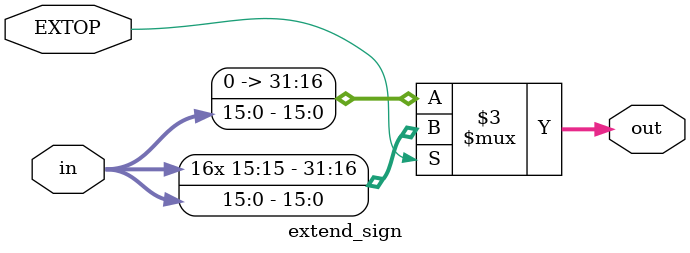
<source format=v>
`timescale 1ns / 1ps

module extend_sign(
    input [15:0] in,
    input EXTOP,
    output reg [31:0] out
    );
    
    always@(in or EXTOP)
        if(EXTOP)
            out = {{16{in[15]}}, in};
        else
            out = {16'b0, in};
endmodule

</source>
